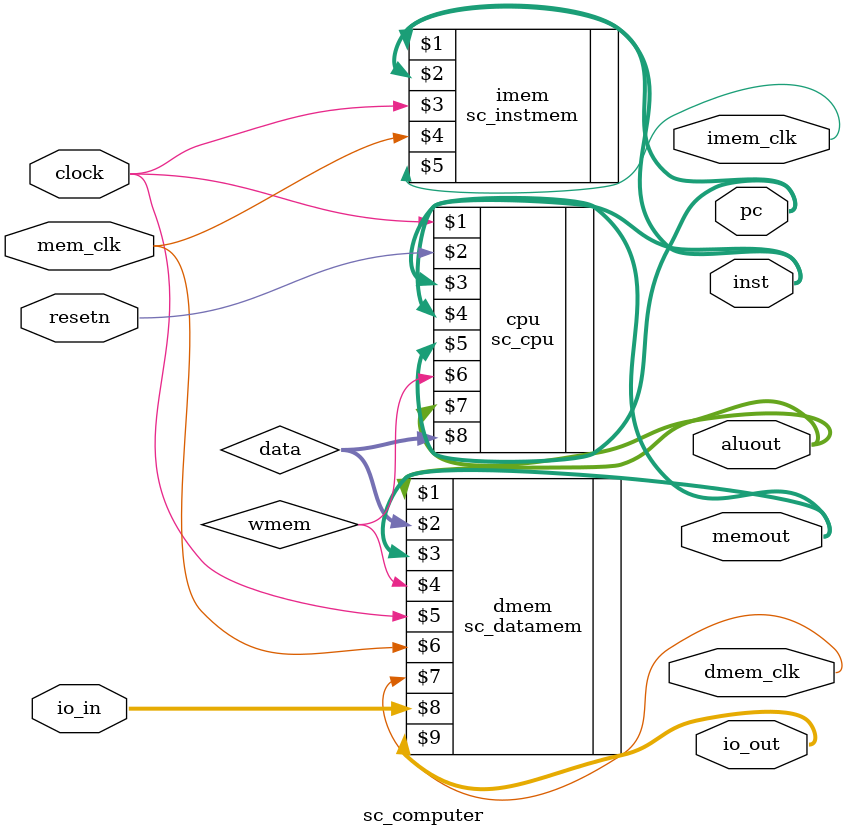
<source format=v>
module sc_computer (resetn,clock,mem_clk,pc,inst,aluout,memout,imem_clk,dmem_clk, io_in, io_out);

   input         resetn,clock,mem_clk;
   input  [12:0]  io_in;
   output [31:0] pc,inst,aluout,memout;
   output        imem_clk,dmem_clk;
   output [44:0] io_out;
   wire   [31:0] data;
   wire          wmem; // all these "wire"s are used to connect or interface the cpu,dmem,imem and so on.

   sc_cpu cpu (clock,resetn,inst,memout,pc,wmem,aluout,data);          // CPU module.
   sc_instmem  imem (pc,inst,clock,mem_clk,imem_clk);                  // instruction memory.
   sc_datamem  dmem (aluout,data,memout,wmem,clock,mem_clk,dmem_clk,io_in,io_out); // data memory.

endmodule

</source>
